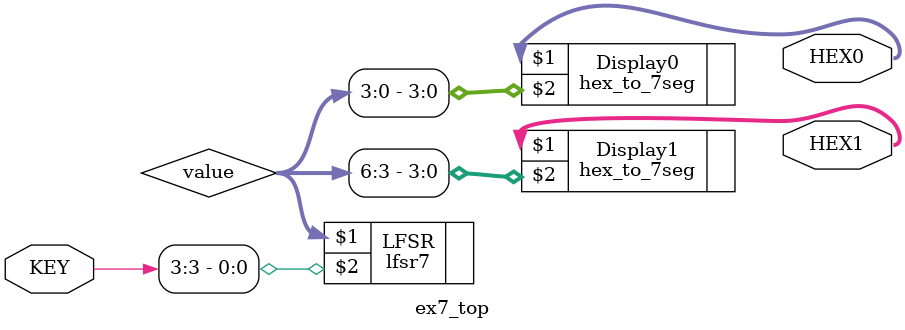
<source format=v>
module ex7_top(
    KEY, HEX0, HEX1
);

input [4:0] KEY;

output [6:0] HEX0;
output [6:0] HEX1;
wire [5:0] bcd0;
wire [5:0] bcd1;

wire [6:0] value;

lfsr7 LFSR(value, KEY[3]);

hex_to_7seg Display0(HEX0, value[3:0]);
hex_to_7seg Display1(HEX1, value[6:3]);

endmodule
</source>
